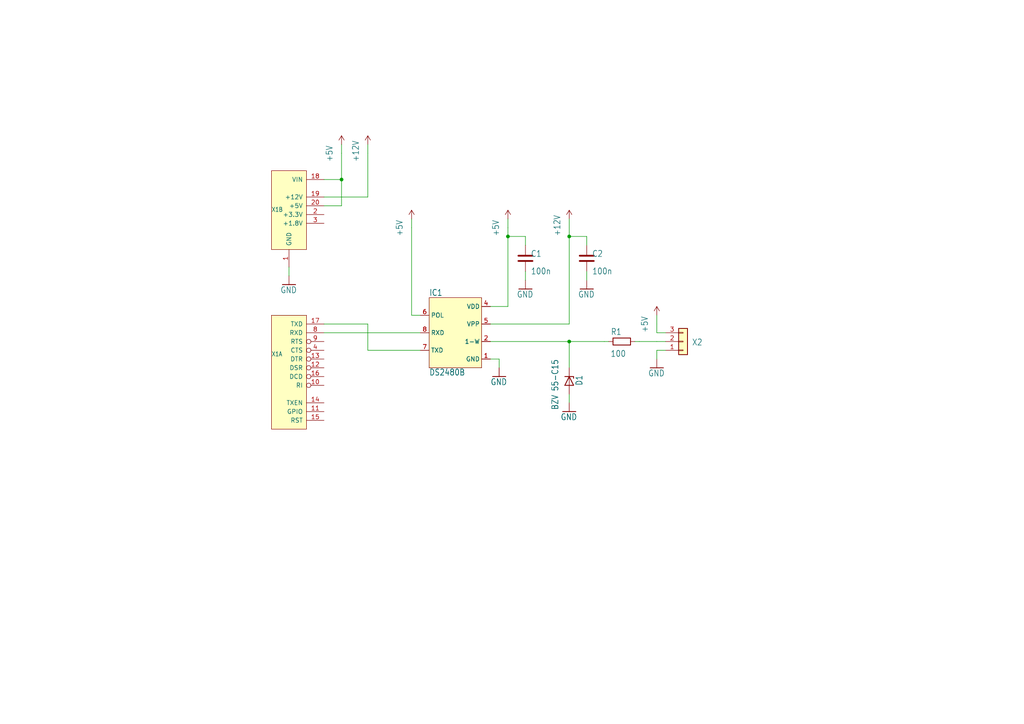
<source format=kicad_sch>
(kicad_sch (version 20250114) (generator "eeschema") (generator_version "9.0")
  (paper "A4")
  (title_block (date "2023-06-26"))
  (lib_symbols
    (symbol "9_1wire-eagle-import:GND" (power)
      (property "Value" "GND" (at -2.54 -2.54 0))
      (symbol "GND_1_0"
        (polyline (pts (xy -1.905 0) (xy 1.905 0)) (stroke (width 0.254)))
        (pin power_in line (at 0 2.54 270) (length 2.54) (name "GND") (number "1"))
      )
    )
    (symbol "AllSerial:AllSerial_Connector" (pin_names (offset 1.016))
      (property "Reference" "X" (at -5.08 19.05 0))
      (symbol "AllSerial_Connector_1_0"
        (pin output line (at 10.16 15.24 180) (length 5.08) (name "TXD") (number "17"))
        (pin input line (at 10.16 12.7 180) (length 5.08) (name "RXD") (number "8"))
        (pin output inverted (at 10.16 10.16 180) (length 5.08) (name "RTS") (number "9"))
        (pin input inverted (at 10.16 7.62 180) (length 5.08) (name "CTS") (number "4"))
        (pin output inverted (at 10.16 5.08 180) (length 5.08) (name "DTR") (number "13"))
        (pin input inverted (at 10.16 2.54 180) (length 5.08) (name "DSR") (number "12"))
        (pin input inverted (at 10.16 0 180) (length 5.08) (name "DCD") (number "16"))
        (pin input inverted (at 10.16 -2.54 180) (length 5.08) (name "RI") (number "10"))
        (pin output line (at 10.16 -7.62 180) (length 5.08) (name "TXEN") (number "14"))
        (pin bidirectional line (at 10.16 -10.16 180) (length 5.08) (name "GPIO") (number "11"))
        (pin bidirectional line (at 10.16 -12.7 180) (length 5.08) (name "RST") (number "15"))
      )
      (symbol "AllSerial_Connector_1_1"
        (rectangle (start -5.08 17.78) (end 5.08 -15.24) (fill (type background)))
      )
      (symbol "AllSerial_Connector_2_0"
        (pin bidirectional line (at 0 -10.16 90) (length 5.08) (name "GND") (number "1"))
        (pin bidirectional line (at 10.16 15.24 180) (length 5.08) (name "VIN") (number "18"))
        (pin bidirectional line (at 10.16 10.16 180) (length 5.08) (name "+12V") (number "19"))
        (pin bidirectional line (at 10.16 7.62 180) (length 5.08) (name "+5V") (number "20"))
        (pin bidirectional line (at 10.16 5.08 180) (length 5.08) (name "+3.3V") (number "2"))
        (pin bidirectional line (at 10.16 2.54 180) (length 5.08) (name "+1.8V") (number "3"))
      )
      (symbol "AllSerial_Connector_2_1"
        (rectangle (start -5.08 17.78) (end 5.08 -5.08) (fill (type background)))
      )
      (symbol "AllSerial_Connector_3_0"
        (pin bidirectional line (at 10.16 15.24 180) (length 5.08) (name "VUSB") (number "7"))
        (pin bidirectional line (at 10.16 12.7 180) (length 5.08) (name "D+") (number "6"))
        (pin bidirectional line (at 10.16 10.16 180) (length 5.08) (name "D-") (number "5"))
      )
      (symbol "AllSerial_Connector_3_1"
        (rectangle (start -5.08 17.78) (end 5.08 7.62) (fill (type background)))
      )
    )
    (symbol "AllSerial:DS2480B"
      (property "Reference" "IC" (at -7.62 10.668 0))
      (symbol "DS2480B_0_1"
        (rectangle (start -7.62 10.16) (end 7.62 -10.16) (fill (type background)))
      )
      (symbol "DS2480B_1_0"
        (pin bidirectional line (at -10.16 5.08 0) (length 2.54) (name "POL") (number "6"))
        (pin bidirectional line (at -10.16 0 0) (length 2.54) (name "RXD") (number "8"))
        (pin bidirectional line (at -10.16 -5.08 0) (length 2.54) (name "TXD") (number "7"))
        (pin bidirectional line (at 10.16 7.62 180) (length 2.54) (name "VDD") (number "4"))
        (pin bidirectional line (at 10.16 2.54 180) (length 2.54) (name "VPP") (number "5"))
        (pin bidirectional line (at 10.16 -2.54 180) (length 2.54) (name "1-W") (number "2"))
        (pin bidirectional line (at 10.16 -7.62 180) (length 2.54) (name "GND") (number "1"))
      )
    )
    (symbol "Connector_Generic:Conn_01x03" (pin_names (offset 1.016) (hide yes))
      (property "Reference" "J" (at 0 5.08 0))
      (property "Value" "Conn_01x03" (at 0 -5.08 0))
      (symbol "Conn_01x03_1_1"
        (rectangle (start -1.27 3.81) (end 1.27 -3.81) (stroke (width 0.254)) (fill (type background)))
        (rectangle (start -1.27 2.667) (end 0 2.413) (stroke (width 0.1524)))
        (rectangle (start -1.27 0.127) (end 0 -0.127) (stroke (width 0.1524)))
        (rectangle (start -1.27 -2.413) (end 0 -2.667) (stroke (width 0.1524)))
        (pin passive line (at -5.08 2.54 0) (length 3.81) (name "Pin_1") (number "1"))
        (pin passive line (at -5.08 0 0) (length 3.81) (name "Pin_2") (number "2"))
        (pin passive line (at -5.08 -2.54 0) (length 3.81) (name "Pin_3") (number "3"))
      )
    )
    (symbol "Device:C" (pin_numbers (hide yes)) (pin_names (offset 0.254))
      (property "Reference" "C" (at 0.635 2.54 0))
      (property "Value" "C" (at 0.635 -2.54 0))
      (symbol "C_0_1"
        (polyline (pts (xy -2.032 0.762) (xy 2.032 0.762)) (stroke (width 0.508)))
        (polyline (pts (xy -2.032 -0.762) (xy 2.032 -0.762)) (stroke (width 0.508)))
      )
      (symbol "C_1_1"
        (pin passive line (at 0 3.81 270) (length 2.794) (name "~") (number "1"))
        (pin passive line (at 0 -3.81 90) (length 2.794) (name "~") (number "2"))
      )
    )
    (symbol "Device:D_Zener" (pin_numbers (hide yes)) (pin_names (offset 1.016) (hide yes))
      (property "Reference" "D" (at 0 2.54 0))
      (property "Value" "D_Zener" (at 0 -2.54 0))
      (symbol "D_Zener_0_1"
        (polyline (pts (xy -1.27 -1.27) (xy -1.27 1.27) (xy -0.762 1.27)) (stroke (width 0.254)))
        (polyline (pts (xy 1.27 0) (xy -1.27 0)))
        (polyline (pts (xy 1.27 -1.27) (xy 1.27 1.27) (xy -1.27 0) (xy 1.27 -1.27)) (stroke (width 0.254)))
      )
      (symbol "D_Zener_1_1"
        (pin passive line (at -3.81 0 0) (length 2.54) (name "K") (number "1"))
        (pin passive line (at 3.81 0 180) (length 2.54) (name "A") (number "2"))
      )
    )
    (symbol "Device:R" (pin_numbers (hide yes)) (pin_names (offset 0))
      (property "Reference" "R" (at 2.032 0 90))
      (property "Value" "R" (at 0 0 90))
      (symbol "R_0_1"
        (rectangle (start -1.016 -2.54) (end 1.016 2.54) (stroke (width 0.254)))
      )
      (symbol "R_1_1"
        (pin passive line (at 0 3.81 270) (length 1.27) (name "~") (number "1"))
        (pin passive line (at 0 -3.81 90) (length 1.27) (name "~") (number "2"))
      )
    )
    (symbol "power:+12V" (power) (pin_names (offset 0))
      (property "Value" "+12V" (at 0 3.556 0))
      (symbol "+12V_0_1"
        (polyline (pts (xy -0.762 1.27) (xy 0 2.54)))
        (polyline (pts (xy 0 2.54) (xy 0.762 1.27)))
        (polyline (pts (xy 0 0) (xy 0 2.54)))
      )
      (symbol "+12V_1_1"
        (pin power_in line (at 0 0 90) (length 0) (hide yes) (name "+12V") (number "1"))
      )
    )
    (symbol "power:+5V" (power) (pin_names (offset 0))
      (property "Value" "+5V" (at 0 3.556 0))
      (symbol "+5V_0_1"
        (polyline (pts (xy -0.762 1.27) (xy 0 2.54)))
        (polyline (pts (xy 0 2.54) (xy 0.762 1.27)))
        (polyline (pts (xy 0 0) (xy 0 2.54)))
      )
      (symbol "+5V_1_1"
        (pin power_in line (at 0 0 90) (length 0) (hide yes) (name "+5V") (number "1"))
      )
    )
  )
  (junction (at 165.1 99.06))
  (junction (at 147.32 68.58))
  (junction (at 99.06 52.07))
  (junction (at 165.1 68.58))
  (wire (pts (xy 142.24 93.98) (xy 165.1 93.98)) (stroke (width 0.1524)))
  (wire (pts (xy 121.92 91.44) (xy 119.38 91.44)) (stroke (width 0.1524)))
  (wire (pts (xy 165.1 106.68) (xy 165.1 99.06)) (stroke (width 0.1524)))
  (wire (pts (xy 144.78 104.14) (xy 144.78 106.68)) (stroke (width 0.1524)))
  (wire (pts (xy 165.1 68.58) (xy 165.1 66.04)) (stroke (width 0.1524)))
  (wire (pts (xy 106.68 93.98) (xy 106.68 101.6)) (stroke (width 0.1524)))
  (wire (pts (xy 142.24 88.9) (xy 147.32 88.9)) (stroke (width 0.1524)))
  (wire (pts (xy 119.38 91.44) (xy 119.38 66.04)) (stroke (width 0.1524)))
  (wire (pts (xy 165.1 99.06) (xy 175.26 99.06)) (stroke (width 0.1524)))
  (wire (pts (xy 170.18 71.12) (xy 170.18 68.58)) (stroke (width 0.1524)))
  (wire (pts (xy 93.98 57.15) (xy 106.68 57.15)) (stroke (width 0.1524)))
  (wire (pts (xy 99.06 41.91) (xy 99.06 44.45)))
  (wire (pts (xy 147.32 63.5) (xy 147.32 66.04)))
  (wire (pts (xy 93.98 93.98) (xy 106.68 93.98)) (stroke (width 0.1524)))
  (wire (pts (xy 190.5 93.98) (xy 190.5 96.52)) (stroke (width 0.1524)))
  (wire (pts (xy 142.24 104.14) (xy 144.78 104.14)) (stroke (width 0.1524)))
  (wire (pts (xy 121.92 96.52) (xy 93.98 96.52)) (stroke (width 0.1524)))
  (wire (pts (xy 147.32 68.58) (xy 147.32 66.04)) (stroke (width 0.1524)))
  (wire (pts (xy 106.68 101.6) (xy 121.92 101.6)) (stroke (width 0.1524)))
  (wire (pts (xy 147.32 88.9) (xy 147.32 68.58)) (stroke (width 0.1524)))
  (wire (pts (xy 184.15 99.06) (xy 185.42 99.06)))
  (wire (pts (xy 106.68 41.91) (xy 106.68 44.45)))
  (wire (pts (xy 99.06 59.69) (xy 99.06 52.07)) (stroke (width 0.1524)))
  (wire (pts (xy 175.26 99.06) (xy 176.53 99.06)))
  (wire (pts (xy 190.5 96.52) (xy 193.04 96.52)))
  (wire (pts (xy 99.06 52.07) (xy 99.06 44.45)) (stroke (width 0.1524)))
  (wire (pts (xy 93.98 59.69) (xy 99.06 59.69)) (stroke (width 0.1524)))
  (wire (pts (xy 83.82 80.01) (xy 83.82 77.47)) (stroke (width 0.1524)))
  (wire (pts (xy 170.18 68.58) (xy 165.1 68.58)) (stroke (width 0.1524)))
  (wire (pts (xy 193.04 101.6) (xy 190.5 101.6)))
  (wire (pts (xy 152.4 81.28) (xy 152.4 78.74)) (stroke (width 0.1524)))
  (wire (pts (xy 170.18 81.28) (xy 170.18 78.74)) (stroke (width 0.1524)))
  (wire (pts (xy 165.1 116.84) (xy 165.1 114.3)) (stroke (width 0.1524)))
  (wire (pts (xy 142.24 99.06) (xy 165.1 99.06)) (stroke (width 0.1524)))
  (wire (pts (xy 185.42 99.06) (xy 190.5 99.06)) (stroke (width 0.1524)))
  (wire (pts (xy 165.1 93.98) (xy 165.1 68.58)) (stroke (width 0.1524)))
  (wire (pts (xy 190.5 101.6) (xy 190.5 104.14)))
  (wire (pts (xy 190.5 99.06) (xy 193.04 99.06)))
  (wire (pts (xy 93.98 52.07) (xy 99.06 52.07)) (stroke (width 0.1524)))
  (wire (pts (xy 119.38 63.5) (xy 119.38 66.04)))
  (wire (pts (xy 190.5 91.44) (xy 190.5 93.98)))
  (wire (pts (xy 106.68 57.15) (xy 106.68 44.45)) (stroke (width 0.1524)))
  (wire (pts (xy 165.1 63.5) (xy 165.1 66.04)))
  (wire (pts (xy 152.4 71.12) (xy 152.4 68.58)) (stroke (width 0.1524)))
  (wire (pts (xy 152.4 68.58) (xy 147.32 68.58)) (stroke (width 0.1524)))
  (symbol (lib_id "power:+5V") (at 99.06 41.91 0) (unit 1)
    (property "Reference" "#P+06" (effects (hide yes)))
    (property "Value" "+5V" (at 96.52 46.99 90) (effects (font (size 1.778 1.5113)) (justify left bottom)))
  )
  (symbol (lib_id "power:+5V") (at 190.5 91.44 0) (unit 1)
    (property "Reference" "#P+04" (effects (hide yes)))
    (property "Value" "+5V" (at 187.96 96.52 90) (effects (font (size 1.778 1.5113)) (justify left bottom)))
  )
  (symbol (lib_id "9_1wire-eagle-import:GND") (at 165.1 119.38 0) (unit 1)
    (property "Reference" "#GND02" (effects (hide yes)))
    (property "Value" "GND" (at 162.56 121.92 0) (effects (font (size 1.778 1.5113)) (justify left bottom)))
  )
  (symbol (lib_id "Device:D_Zener") (at 165.1 110.49 270) (unit 1)
    (property "Reference" "D1" (at 167.005 108.712 0) (effects (font (size 1.778 1.5113)) (justify left bottom)))
    (property "Value" "BZV 55-C15" (at 160.02 104.14 0) (effects (font (size 1.778 1.5113)) (justify left bottom)))
    (property "Footprint" "Diode_SMD:D_MiniMELF" (effects (hide yes)))
  )
  (symbol (lib_id "9_1wire-eagle-import:GND") (at 170.18 83.82 0) (unit 1)
    (property "Reference" "#GND06" (effects (hide yes)))
    (property "Value" "GND" (at 167.64 86.36 0) (effects (font (size 1.778 1.5113)) (justify left bottom)))
  )
  (symbol (lib_id "power:+5V") (at 147.32 63.5 0) (unit 1)
    (property "Reference" "#P+01" (effects (hide yes)))
    (property "Value" "+5V" (at 144.78 68.58 90) (effects (font (size 1.778 1.5113)) (justify left bottom)))
  )
  (symbol (lib_id "Device:C") (at 152.4 74.93 0) (unit 1)
    (property "Reference" "C1" (at 153.924 74.549 0) (effects (font (size 1.778 1.5113)) (justify left bottom)))
    (property "Value" "100n" (at 153.924 79.629 0) (effects (font (size 1.778 1.5113)) (justify left bottom)))
    (property "Footprint" "Capacitor_SMD:C_0805_2012Metric" (effects (hide yes)))
  )
  (symbol (lib_id "AllSerial:AllSerial_Connector") (at 83.82 67.31 0) (unit 2)
    (property "Reference" "X1" (at 78.74 61.468 0) (effects (font (size 1.27 1.0795)) (justify left bottom)))
    (property "Value" "ALLSERIALSLAVE" (effects (hide yes)))
    (property "Footprint" "AllSerial:SlaveBoard" (effects (hide yes)))
  )
  (symbol (lib_id "AllSerial:AllSerial_Connector") (at 83.82 109.22 0) (unit 1)
    (property "Reference" "X1" (at 78.74 103.378 0) (effects (font (size 1.27 1.0795)) (justify left bottom)))
    (property "Value" "ALLSERIALSLAVE" (effects (hide yes)))
    (property "Footprint" "AllSerial:SlaveBoard" (effects (hide yes)))
  )
  (symbol (lib_id "power:+12V") (at 106.68 41.91 0) (unit 1)
    (property "Reference" "#P+07" (effects (hide yes)))
    (property "Value" "+12V" (at 104.14 46.99 90) (effects (font (size 1.778 1.5113)) (justify left bottom)))
  )
  (symbol (lib_id "power:+5V") (at 119.38 63.5 0) (unit 1)
    (property "Reference" "#P+03" (effects (hide yes)))
    (property "Value" "+5V" (at 116.84 68.58 90) (effects (font (size 1.778 1.5113)) (justify left bottom)))
  )
  (symbol (lib_id "9_1wire-eagle-import:GND") (at 83.82 82.55 0) (unit 1)
    (property "Reference" "#GND01" (effects (hide yes)))
    (property "Value" "GND" (at 81.28 85.09 0) (effects (font (size 1.778 1.5113)) (justify left bottom)))
  )
  (symbol (lib_id "Connector_Generic:Conn_01x03") (at 198.12 99.06 0) (mirror x) (unit 1)
    (property "Reference" "X2" (at 200.66 98.298 0) (effects (font (size 1.778 1.5113)) (justify left bottom)))
    (property "Value" "AKL18X-03W" (effects (hide yes)))
    (property "Footprint" "AllSerial:Metz_PT11303HBBN_182" (effects (hide yes)))
  )
  (symbol (lib_id "Device:R") (at 180.34 99.06 90) (unit 1)
    (property "Reference" "R1" (at 180.34 95.25 90) (effects (font (size 1.778 1.5113)) (justify left bottom)))
    (property "Value" "100" (at 181.61 101.6 90) (effects (font (size 1.778 1.5113)) (justify left bottom)))
    (property "Footprint" "Resistor_SMD:R_0805_2012Metric" (effects (hide yes)))
  )
  (symbol (lib_id "9_1wire-eagle-import:GND") (at 190.5 106.68 0) (unit 1)
    (property "Reference" "#GND05" (effects (hide yes)))
    (property "Value" "GND" (at 187.96 109.22 0) (effects (font (size 1.778 1.5113)) (justify left bottom)))
  )
  (symbol (lib_id "power:+12V") (at 165.1 63.5 0) (unit 1)
    (property "Reference" "#P+02" (effects (hide yes)))
    (property "Value" "+12V" (at 162.56 68.58 90) (effects (font (size 1.778 1.5113)) (justify left bottom)))
  )
  (symbol (lib_id "9_1wire-eagle-import:GND") (at 144.78 109.22 0) (unit 1)
    (property "Reference" "#GND08" (effects (hide yes)))
    (property "Value" "GND" (at 142.24 111.76 0) (effects (font (size 1.778 1.5113)) (justify left bottom)))
  )
  (symbol (lib_id "9_1wire-eagle-import:GND") (at 152.4 83.82 0) (unit 1)
    (property "Reference" "#GND03" (effects (hide yes)))
    (property "Value" "GND" (at 149.86 86.36 0) (effects (font (size 1.778 1.5113)) (justify left bottom)))
  )
  (symbol (lib_id "Device:C") (at 170.18 74.93 0) (unit 1)
    (property "Reference" "C2" (at 171.704 74.549 0) (effects (font (size 1.778 1.5113)) (justify left bottom)))
    (property "Value" "100n" (at 171.704 79.629 0) (effects (font (size 1.778 1.5113)) (justify left bottom)))
    (property "Footprint" "Capacitor_SMD:C_0805_2012Metric" (effects (hide yes)))
  )
  (symbol (lib_id "AllSerial:DS2480B") (at 132.08 96.52 0) (unit 1)
    (property "Reference" "IC1" (at 124.46 85.852 0) (effects (font (size 1.778 1.5113)) (justify left bottom)))
    (property "Value" "DS2480B" (at 124.46 108.966 0) (effects (font (size 1.778 1.5113)) (justify left bottom)))
    (property "Footprint" "Package_SO:SOIC-8_3.9x4.9mm_P1.27mm" (effects (hide yes)))
  )
)
</source>
